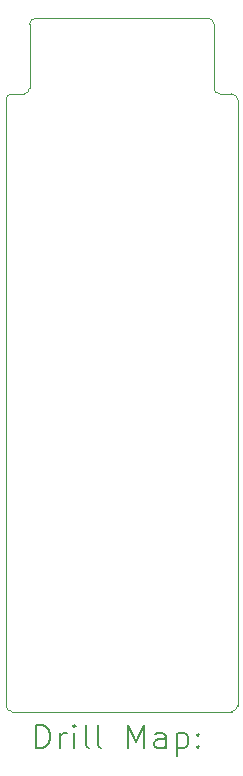
<source format=gbr>
%FSLAX45Y45*%
G04 Gerber Fmt 4.5, Leading zero omitted, Abs format (unit mm)*
G04 Created by KiCad (PCBNEW (6.0.2)) date 2022-04-04 11:22:47*
%MOMM*%
%LPD*%
G01*
G04 APERTURE LIST*
%TA.AperFunction,Profile*%
%ADD10C,0.038100*%
%TD*%
%ADD11C,0.200000*%
G04 APERTURE END LIST*
D10*
X12533960Y-7892000D02*
X12533960Y-13022000D01*
X14343960Y-7842000D02*
X14443960Y-7842000D01*
X14293960Y-7252000D02*
X14293960Y-7792000D01*
X14443960Y-13072000D02*
G75*
G03*
X14493960Y-13022000I0J50000D01*
G01*
X12783960Y-7202000D02*
G75*
G03*
X12733960Y-7252000I0J-50000D01*
G01*
X14243960Y-7202000D02*
X12783960Y-7202000D01*
X12533960Y-13022000D02*
G75*
G03*
X12583960Y-13072000I50000J0D01*
G01*
X12683960Y-7842000D02*
G75*
G03*
X12733960Y-7792000I0J50000D01*
G01*
X14493960Y-13022000D02*
X14493960Y-7892000D01*
X12733960Y-7792000D02*
X12733960Y-7252000D01*
X14293960Y-7252000D02*
G75*
G03*
X14243960Y-7202000I-50000J0D01*
G01*
X12583960Y-7842000D02*
G75*
G03*
X12533960Y-7892000I0J-50000D01*
G01*
X14493960Y-7892000D02*
G75*
G03*
X14443960Y-7842000I-50000J0D01*
G01*
X12583960Y-13072000D02*
X14443960Y-13072000D01*
X14293960Y-7792000D02*
G75*
G03*
X14343960Y-7842000I50000J0D01*
G01*
X12583960Y-7842000D02*
X12683960Y-7842000D01*
D11*
X12789674Y-13384381D02*
X12789674Y-13184381D01*
X12837293Y-13184381D01*
X12865864Y-13193905D01*
X12884912Y-13212953D01*
X12894436Y-13232000D01*
X12903960Y-13270095D01*
X12903960Y-13298667D01*
X12894436Y-13336762D01*
X12884912Y-13355810D01*
X12865864Y-13374857D01*
X12837293Y-13384381D01*
X12789674Y-13384381D01*
X12989674Y-13384381D02*
X12989674Y-13251048D01*
X12989674Y-13289143D02*
X12999198Y-13270095D01*
X13008722Y-13260572D01*
X13027769Y-13251048D01*
X13046817Y-13251048D01*
X13113483Y-13384381D02*
X13113483Y-13251048D01*
X13113483Y-13184381D02*
X13103960Y-13193905D01*
X13113483Y-13203429D01*
X13123007Y-13193905D01*
X13113483Y-13184381D01*
X13113483Y-13203429D01*
X13237293Y-13384381D02*
X13218245Y-13374857D01*
X13208722Y-13355810D01*
X13208722Y-13184381D01*
X13342055Y-13384381D02*
X13323007Y-13374857D01*
X13313483Y-13355810D01*
X13313483Y-13184381D01*
X13570626Y-13384381D02*
X13570626Y-13184381D01*
X13637293Y-13327238D01*
X13703960Y-13184381D01*
X13703960Y-13384381D01*
X13884912Y-13384381D02*
X13884912Y-13279619D01*
X13875388Y-13260572D01*
X13856341Y-13251048D01*
X13818245Y-13251048D01*
X13799198Y-13260572D01*
X13884912Y-13374857D02*
X13865864Y-13384381D01*
X13818245Y-13384381D01*
X13799198Y-13374857D01*
X13789674Y-13355810D01*
X13789674Y-13336762D01*
X13799198Y-13317714D01*
X13818245Y-13308191D01*
X13865864Y-13308191D01*
X13884912Y-13298667D01*
X13980150Y-13251048D02*
X13980150Y-13451048D01*
X13980150Y-13260572D02*
X13999198Y-13251048D01*
X14037293Y-13251048D01*
X14056341Y-13260572D01*
X14065864Y-13270095D01*
X14075388Y-13289143D01*
X14075388Y-13346286D01*
X14065864Y-13365333D01*
X14056341Y-13374857D01*
X14037293Y-13384381D01*
X13999198Y-13384381D01*
X13980150Y-13374857D01*
X14161103Y-13365333D02*
X14170626Y-13374857D01*
X14161103Y-13384381D01*
X14151579Y-13374857D01*
X14161103Y-13365333D01*
X14161103Y-13384381D01*
X14161103Y-13260572D02*
X14170626Y-13270095D01*
X14161103Y-13279619D01*
X14151579Y-13270095D01*
X14161103Y-13260572D01*
X14161103Y-13279619D01*
M02*

</source>
